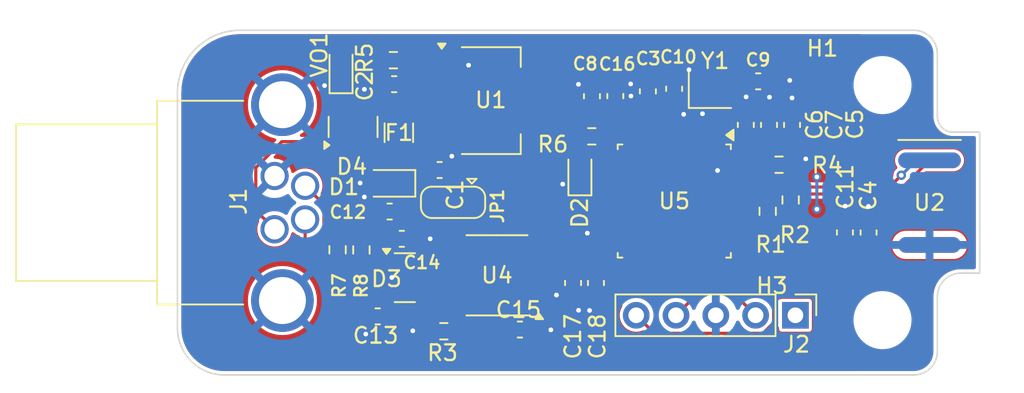
<source format=kicad_pcb>
(kicad_pcb
	(version 20240108)
	(generator "pcbnew")
	(generator_version "8.0")
	(general
		(thickness 1.6)
		(legacy_teardrops no)
	)
	(paper "A4")
	(layers
		(0 "F.Cu" signal)
		(31 "B.Cu" signal)
		(32 "B.Adhes" user "B.Adhesive")
		(33 "F.Adhes" user "F.Adhesive")
		(34 "B.Paste" user)
		(35 "F.Paste" user)
		(36 "B.SilkS" user "B.Silkscreen")
		(37 "F.SilkS" user "F.Silkscreen")
		(38 "B.Mask" user)
		(39 "F.Mask" user)
		(40 "Dwgs.User" user "User.Drawings")
		(41 "Cmts.User" user "User.Comments")
		(42 "Eco1.User" user "User.Eco1")
		(43 "Eco2.User" user "User.Eco2")
		(44 "Edge.Cuts" user)
		(45 "Margin" user)
		(46 "B.CrtYd" user "B.Courtyard")
		(47 "F.CrtYd" user "F.Courtyard")
		(48 "B.Fab" user)
		(49 "F.Fab" user)
		(50 "User.1" user)
		(51 "User.2" user)
		(52 "User.3" user)
		(53 "User.4" user)
		(54 "User.5" user)
		(55 "User.6" user)
		(56 "User.7" user)
		(57 "User.8" user)
		(58 "User.9" user)
	)
	(setup
		(stackup
			(layer "F.SilkS"
				(type "Top Silk Screen")
			)
			(layer "F.Paste"
				(type "Top Solder Paste")
			)
			(layer "F.Mask"
				(type "Top Solder Mask")
				(thickness 0.01)
			)
			(layer "F.Cu"
				(type "copper")
				(thickness 0.035)
			)
			(layer "dielectric 1"
				(type "core")
				(thickness 1.51)
				(material "FR4")
				(epsilon_r 4.5)
				(loss_tangent 0.02)
			)
			(layer "B.Cu"
				(type "copper")
				(thickness 0.035)
			)
			(layer "B.Mask"
				(type "Bottom Solder Mask")
				(thickness 0.01)
			)
			(layer "B.Paste"
				(type "Bottom Solder Paste")
			)
			(layer "B.SilkS"
				(type "Bottom Silk Screen")
			)
			(copper_finish "None")
			(dielectric_constraints no)
		)
		(pad_to_mask_clearance 0)
		(allow_soldermask_bridges_in_footprints no)
		(aux_axis_origin 36 49)
		(pcbplotparams
			(layerselection 0x00010fc_ffffffff)
			(plot_on_all_layers_selection 0x0000000_00000000)
			(disableapertmacros no)
			(usegerberextensions yes)
			(usegerberattributes no)
			(usegerberadvancedattributes no)
			(creategerberjobfile no)
			(dashed_line_dash_ratio 12.000000)
			(dashed_line_gap_ratio 3.000000)
			(svgprecision 4)
			(plotframeref no)
			(viasonmask no)
			(mode 1)
			(useauxorigin yes)
			(hpglpennumber 1)
			(hpglpenspeed 20)
			(hpglpendiameter 15.000000)
			(pdf_front_fp_property_popups yes)
			(pdf_back_fp_property_popups yes)
			(dxfpolygonmode yes)
			(dxfimperialunits yes)
			(dxfusepcbnewfont yes)
			(psnegative no)
			(psa4output no)
			(plotreference yes)
			(plotvalue no)
			(plotfptext yes)
			(plotinvisibletext no)
			(sketchpadsonfab no)
			(subtractmaskfromsilk yes)
			(outputformat 1)
			(mirror no)
			(drillshape 0)
			(scaleselection 1)
			(outputdirectory "gerber")
		)
	)
	(net 0 "")
	(net 1 "+3.3V")
	(net 2 "GND")
	(net 3 "+5V")
	(net 4 "/I2C_SDA")
	(net 5 "/I2C_SCL")
	(net 6 "CAN_H")
	(net 7 "CAN_L")
	(net 8 "Net-(U4-Rs)")
	(net 9 "NRST")
	(net 10 "Net-(U5-PF0)")
	(net 11 "SWDIO")
	(net 12 "Net-(U5-PF1)")
	(net 13 "/Vref")
	(net 14 "Net-(D4-K)")
	(net 15 "Net-(D4-A)")
	(net 16 "Net-(JP1-C)")
	(net 17 "Net-(U5-PB8)")
	(net 18 "unconnected-(U5-PB5-Pad28)")
	(net 19 "unconnected-(U5-PA8-Pad18)")
	(net 20 "unconnected-(U5-PA15-Pad25)")
	(net 21 "SWCLK")
	(net 22 "unconnected-(U5-PA7-Pad13)")
	(net 23 "unconnected-(U5-PA5-Pad11)")
	(net 24 "unconnected-(U5-PA9-Pad19)")
	(net 25 "unconnected-(U5-PA1-Pad7)")
	(net 26 "unconnected-(U5-PB4-Pad27)")
	(net 27 "unconnected-(U5-PA6-Pad12)")
	(net 28 "unconnected-(U5-PA10-Pad20)")
	(net 29 "/CAN_Tx")
	(net 30 "/CAN_Rx")
	(net 31 "unconnected-(U5-PB0-Pad14)")
	(net 32 "unconnected-(U5-PB1-Pad15)")
	(net 33 "unconnected-(U5-PA4-Pad10)")
	(net 34 "Net-(D2-A)")
	(net 35 "unconnected-(U5-PA0-Pad6)")
	(net 36 "/STATUS_LED")
	(net 37 "unconnected-(U5-PA2-Pad8)")
	(net 38 "unconnected-(U5-PB3-Pad26)")
	(net 39 "+3V3")
	(net 40 "Net-(VO1-A)")
	(footprint "Package_TO_SOT_SMD:SOT-23" (layer "F.Cu") (at 146.51 45.79))
	(footprint "Capacitor_SMD:C_0603_1608Metric" (layer "F.Cu") (at 145.545 41.57 180))
	(footprint "Connector_PinHeader_2.54mm:PinHeader_1x05_P2.54mm_Vertical" (layer "F.Cu") (at 171.44 48.19 -90))
	(footprint "Crystal:Crystal_SMD_2016-4Pin_2.0x1.6mm" (layer "F.Cu") (at 165.985 33.81))
	(footprint "FaSTTUBe_connectors:M8_718_4pin_horizontal" (layer "F.Cu") (at 138.2 41 -90))
	(footprint "Capacitor_SMD:C_0603_1608Metric" (layer "F.Cu") (at 153.86 49.1))
	(footprint "MountingHole:MountingHole_3.2mm_M3_DIN965" (layer "F.Cu") (at 177 33.5))
	(footprint "Diode_SMD:D_SOD-323" (layer "F.Cu") (at 145.57 39.77 180))
	(footprint "TTS:TO-39_sidemount" (layer "F.Cu") (at 180 41))
	(footprint "Package_SO:SOIC-8_3.9x4.9mm_P1.27mm" (layer "F.Cu") (at 152.395 45.64 180))
	(footprint "TTS:SOT-23" (layer "F.Cu") (at 143.21 36.17 90))
	(footprint "Resistor_SMD:R_0603_1608Metric" (layer "F.Cu") (at 169.67 41.55 90))
	(footprint "MountingHole:MountingHole_3.2mm_M3_DIN965" (layer "F.Cu") (at 177 48.5))
	(footprint "Resistor_SMD:R_0603_1608Metric" (layer "F.Cu") (at 149 49.21 180))
	(footprint "Resistor_SMD:R_0603_1608Metric" (layer "F.Cu") (at 171.135 40.83 90))
	(footprint "Package_QFP:LQFP-32_7x7mm_P0.8mm" (layer "F.Cu") (at 163.71 40.9 -90))
	(footprint "LED_SMD:LED_0603_1608Metric_Pad1.05x0.95mm_HandSolder" (layer "F.Cu") (at 142.44 32.36 90))
	(footprint "Capacitor_SMD:C_0603_1608Metric" (layer "F.Cu") (at 168.275 36.04 90))
	(footprint "Capacitor_SMD:C_0603_1608Metric" (layer "F.Cu") (at 146.32 43.31 180))
	(footprint "LED_SMD:LED_0603_1608Metric" (layer "F.Cu") (at 157.685 39.05 90))
	(footprint "Fuse:Fuse_1206_3216Metric" (layer "F.Cu") (at 146.13 36.54 -90))
	(footprint "Resistor_SMD:R_0603_1608Metric" (layer "F.Cu") (at 145.78 31.91 180))
	(footprint "Capacitor_SMD:C_0603_1608Metric" (layer "F.Cu") (at 157.25 46.13 -90))
	(footprint "Resistor_SMD:R_0603_1608Metric" (layer "F.Cu") (at 143.74 44.02 90))
	(footprint "Resistor_SMD:R_0603_1608Metric" (layer "F.Cu") (at 170.395 38.58))
	(footprint "Capacitor_SMD:C_0603_1608Metric" (layer "F.Cu") (at 158.455 34.21 90))
	(footprint "Jumper:SolderJumper-3_P1.3mm_Open_RoundedPad1.0x1.5mm" (layer "F.Cu") (at 149.59 40.9825 180))
	(footprint "Capacitor_SMD:C_0603_1608Metric" (layer "F.Cu") (at 163.7 33.73 -90))
	(footprint "Capacitor_SMD:C_0603_1608Metric" (layer "F.Cu") (at 176.11 42.91 90))
	(footprint "Package_TO_SOT_SMD:SOT-223-3_TabPin2" (layer "F.Cu") (at 152 34.49))
	(footprint "Capacitor_SMD:C_0603_1608Metric" (layer "F.Cu") (at 174.6 42.905 90))
	(footprint "Capacitor_SMD:C_0603_1608Metric" (layer "F.Cu") (at 169.065 33.26 180))
	(footprint "Capacitor_SMD:C_0603_1608Metric" (layer "F.Cu") (at 158.71 46.13 -90))
	(footprint "Capacitor_SMD:C_0603_1608Metric" (layer "F.Cu") (at 148.73 38.92))
	(footprint "Resistor_SMD:R_0603_1608Metric" (layer "F.Cu") (at 158.445 36.77 180))
	(footprint "Capacitor_SMD:C_0603_1608Metric" (layer "F.Cu") (at 159.945 34.2 90))
	(footprint "Resistor_SMD:R_0603_1608Metric" (layer "F.Cu") (at 142.22 44.01 -90))
	(footprint "Capacitor_SMD:C_0603_1608Metric" (layer "F.Cu") (at 145.83 33.44 180))
	(footprint "Capacitor_SMD:C_0603_1608Metric" (layer "F.Cu") (at 162.025 33.9 -90))
	(footprint "Capacitor_SMD:C_0603_1608Metric"
		(layer "F.Cu")
		(uuid "f799f0d8-53c8-41b0-ab0d-bc8786e8225b")
		(at 169.755 36.04 90)
		(descr "Capacitor SMD 0603 (1608 Metric), square (rectangular) end terminal, IPC_7351 nominal, (Body size source: IPC-SM-782 page 76, https://www.pcb-3d.com/wordpress/wp-content/uploads/ipc-sm-782a_amendment_1_and_2.pdf), generated with kicad-footprint-generator")
		(tags "capacitor")
		(property "Reference" "C7"
			(at 0 4.17 90)
			(layer "F.SilkS")
			(uuid "ce646771-0a2b-4aa2-bfa9-cea044405c73")
			(effects
				(font
					(size 1 1)
					(thickness 0.15)
				)
			)
		)
		(property "Value" "4.7u"
			(at 0 1.43 90)
			(layer "F.Fab")
			(uuid "fc6c4c72-bdb5-46fb-b4bb-22642a25c161")
			(effects
				(font
					(size 1 1)
					(thickness 0.15)
				)
			)
		)
		(property "Footprint" "Capacitor_SMD:C_0603_1608Metric"
			(at 0 0 90)
			(unlocked yes)
			(layer "F.Fab")
			(hide yes)
			(uuid "7d64e1e9-03e2-4e13-97e2-65d4003b7d9c")
			(effects
				(font
					(size 1.27 1.27)
					(thickness 0.15)
				)
			)
		)
		(property "Datasheet" ""
			(at 0 0 90)
			(unlocked yes)
			(layer "F.Fab")
			(hide yes)
			(uuid "cc3fdb89-739a-4e05-a5b8-39ec390402a5")
			(effects
				(font
					(size 1.27 1.27)
					(thickness 0.15)
				)
			)
		)
		(property "Description" ""
			(at 0 0 90)
			(unlocked yes)
			(layer "F.Fab")
			(hide yes)
			(uuid "8f8bd864-5247-42ec-a757-bfdc2475504f")
			(effects
				(font
					(size 1.27 1.27)
					(thickness 0.15)
				)
			)
		)
		(property "LCSC" "C307331"
			(at 0 0 90)
			(unlocked yes)
			(layer "F.Fab")
			(hide yes)
			(uuid "7ba1aae9-096e-43bd-b1ee-ac2b2d8630ef")
			(effects
				(font
					(size 1 1)
					(thickness 0.15)
				)
			)
		)
		(property ki_fp_filters "C_*")
		(path "/03c70323-fd8c-4a0f-bee3-045c71ce75d3")
		(sheetname "Root")
		(sheetfile "TTS.kicad_sch")
		(attr smd)
		(fp_line
			(start -0.14058 -0.51)
			(end 0.14058 -0.51)
			(stroke
				(width 0.12)
				(type solid)
			)
			(layer "F.SilkS")
			(uuid "5a98640e-5812-45d7-b12d-af1e4304bca7")
		)
		(fp_line
			(start -0.14058 0.51)
			(end 0.14058 0.51)
			(stroke
				(width 0.12)
				(type solid)
			)
			(layer "F.SilkS")
			(uuid "1466c7e4-5a69-4c5d-84cb-5abd2bff22c3")
		)
		(fp_line
			(start 1.48 -0.73)
			(end 1.48 0.73)
			(stroke
				(width 0.05)
				(type solid)
			)
			(layer "F.CrtYd")
			(uuid "2ad5127e-67c6-4a5d-88ef-8f23eddad05b")
		)
		(fp_line
			(start -1.48 -0.73)
			(end 1.48 -0.73)
			(stroke
				(width 0.05)
				(type solid)
			)
			(layer "F.CrtYd")
			(uuid "d4dad208-14a1-4731-9f19-ead8bf982e33")
		)
		(fp_line
			(start 1.48 0.73)
			(end -1.48 0.73)
			(stroke
				(width 0.05)
				(type solid)
			)
			(layer "F.CrtYd")
			(uuid "9ca00a2c-66e5-461b-9c31-fe1a3063b92a")
		)
		(fp_line
			(start -1.48 0.73)
			(end -1.48 -0.73)
			(stroke
				(width 0.05)
				(type solid)
			)
			(layer "F.CrtYd")
			(uuid "348b8e6e-d50c-4a40-a49d-1826cce512d3")
		)
		(fp_line
			(start 0.8 -0.4)
			(end 0.8 0.4)
			(stroke
				(width 0.1)
				(type solid)
			)
			(layer "F.Fab")
			(uuid "0f5fab9c-11d7-48c4-b247-002f0a70536f")
		)
		(fp_line
			(start -0.8 -0.4)
			(end 0.8 -0.4)
			(stroke
				(width 0.1)
				(type solid)
			)
			(layer "F.Fab")
			(uuid "92615bbb-4b24-4ae5-92ba-f4f1a5ecf593")
		)
		(fp_line
			(start 0.8 0.4)
			(end -0.8 0.4)
			(stroke
				(width 0.1)
				
... [210071 chars truncated]
</source>
